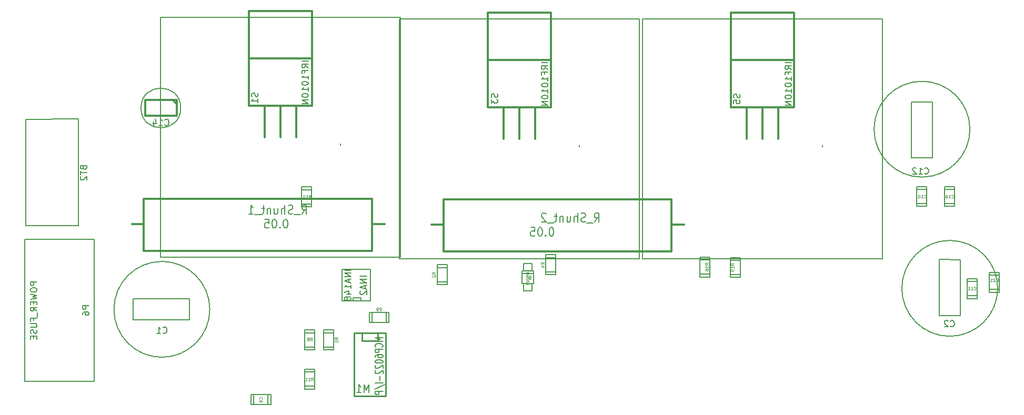
<source format=gbo>
G04 (created by PCBNEW (22-Jun-2014 BZR 4027)-stable) date lun 20 oct 2014 04:40:32 CST*
%MOIN*%
G04 Gerber Fmt 3.4, Leading zero omitted, Abs format*
%FSLAX34Y34*%
G01*
G70*
G90*
G04 APERTURE LIST*
%ADD10C,0.00590551*%
%ADD11C,0.012*%
%ADD12C,0.005*%
%ADD13C,0.01*%
%ADD14C,0.008*%
%ADD15C,0.002*%
%ADD16C,0.0035*%
%ADD17C,0.0047*%
G04 APERTURE END LIST*
G54D10*
X55054Y-61315D02*
X55056Y-54551D01*
X55056Y-54551D02*
X51725Y-54560D01*
X51725Y-54560D02*
X51726Y-61315D01*
X51737Y-61315D02*
X55052Y-61315D01*
X56070Y-71180D02*
X51670Y-71180D01*
X51670Y-71180D02*
X51670Y-62180D01*
X51670Y-62180D02*
X56070Y-62180D01*
X56070Y-62180D02*
X56070Y-71180D01*
G54D11*
X58450Y-61200D02*
X58450Y-61200D01*
X58450Y-61200D02*
X58450Y-61200D01*
X73700Y-61200D02*
X74450Y-61200D01*
X74450Y-61200D02*
X74450Y-61200D01*
X73650Y-59600D02*
X59200Y-59600D01*
X59200Y-62900D02*
X73650Y-62900D01*
X73650Y-62900D02*
X73650Y-59600D01*
X59200Y-62900D02*
X59200Y-59600D01*
X58450Y-61200D02*
X59200Y-61200D01*
X77430Y-61250D02*
X77430Y-61250D01*
X77430Y-61250D02*
X77430Y-61250D01*
X92680Y-61250D02*
X93430Y-61250D01*
X93430Y-61250D02*
X93430Y-61250D01*
X92630Y-59650D02*
X78180Y-59650D01*
X78180Y-62950D02*
X92630Y-62950D01*
X92630Y-62950D02*
X92630Y-59650D01*
X78180Y-62950D02*
X78180Y-59650D01*
X77430Y-61250D02*
X78180Y-61250D01*
G54D12*
X83810Y-63705D02*
X83250Y-63705D01*
X83880Y-64975D02*
X83880Y-64165D01*
X83160Y-64165D02*
X83160Y-64975D01*
X83810Y-65435D02*
X83250Y-65435D01*
X83250Y-65005D02*
X83250Y-65425D01*
X83810Y-65425D02*
X83810Y-64995D01*
X83810Y-64145D02*
X83810Y-63705D01*
X83250Y-63715D02*
X83250Y-64145D01*
X83880Y-64985D02*
X83160Y-64985D01*
X83880Y-64325D02*
X83160Y-64325D01*
X83160Y-64165D02*
X83880Y-64165D01*
G54D10*
X61543Y-53850D02*
G75*
G03X61543Y-53850I-1258J0D01*
G74*
G01*
G54D11*
X61265Y-53350D02*
X59285Y-53350D01*
X59285Y-53350D02*
X59285Y-54350D01*
X59285Y-54350D02*
X61285Y-54350D01*
X61285Y-54350D02*
X61285Y-53350D01*
X61285Y-53600D02*
X61035Y-53350D01*
G54D12*
X78419Y-64864D02*
X77779Y-64864D01*
X77779Y-63964D02*
X78419Y-63964D01*
X77779Y-63784D02*
X78419Y-63784D01*
X78419Y-63784D02*
X78419Y-65044D01*
X78419Y-65044D02*
X77779Y-65044D01*
X77779Y-65044D02*
X77779Y-63784D01*
X85306Y-64228D02*
X84666Y-64228D01*
X84666Y-63328D02*
X85306Y-63328D01*
X84666Y-63148D02*
X85306Y-63148D01*
X85306Y-63148D02*
X85306Y-64408D01*
X85306Y-64408D02*
X84666Y-64408D01*
X84666Y-64408D02*
X84666Y-63148D01*
X69180Y-59030D02*
X69820Y-59030D01*
X69820Y-59930D02*
X69180Y-59930D01*
X69820Y-60110D02*
X69180Y-60110D01*
X69180Y-60110D02*
X69180Y-58850D01*
X69180Y-58850D02*
X69820Y-58850D01*
X69820Y-58850D02*
X69820Y-60110D01*
X95060Y-64380D02*
X94420Y-64380D01*
X94420Y-63480D02*
X95060Y-63480D01*
X94420Y-63300D02*
X95060Y-63300D01*
X95060Y-63300D02*
X95060Y-64560D01*
X95060Y-64560D02*
X94420Y-64560D01*
X94420Y-64560D02*
X94420Y-63300D01*
X73660Y-67450D02*
X73660Y-66810D01*
X74560Y-66810D02*
X74560Y-67450D01*
X74740Y-66810D02*
X74740Y-67450D01*
X74740Y-67450D02*
X73480Y-67450D01*
X73480Y-67450D02*
X73480Y-66810D01*
X73480Y-66810D02*
X74740Y-66810D01*
X70040Y-71490D02*
X69400Y-71490D01*
X69400Y-70590D02*
X70040Y-70590D01*
X69400Y-70410D02*
X70040Y-70410D01*
X70040Y-70410D02*
X70040Y-71670D01*
X70040Y-71670D02*
X69400Y-71670D01*
X69400Y-71670D02*
X69400Y-70410D01*
X69400Y-68100D02*
X70040Y-68100D01*
X70040Y-69000D02*
X69400Y-69000D01*
X70040Y-69180D02*
X69400Y-69180D01*
X69400Y-69180D02*
X69400Y-67920D01*
X69400Y-67920D02*
X70040Y-67920D01*
X70040Y-67920D02*
X70040Y-69180D01*
X70600Y-68100D02*
X71240Y-68100D01*
X71240Y-69000D02*
X70600Y-69000D01*
X71240Y-69180D02*
X70600Y-69180D01*
X70600Y-69180D02*
X70600Y-67920D01*
X70600Y-67920D02*
X71240Y-67920D01*
X71240Y-67920D02*
X71240Y-69180D01*
X112760Y-64450D02*
X113400Y-64450D01*
X113400Y-65350D02*
X112760Y-65350D01*
X113400Y-65530D02*
X112760Y-65530D01*
X112760Y-65530D02*
X112760Y-64270D01*
X112760Y-64270D02*
X113400Y-64270D01*
X113400Y-64270D02*
X113400Y-65530D01*
X97010Y-64404D02*
X96370Y-64404D01*
X96370Y-63504D02*
X97010Y-63504D01*
X96370Y-63324D02*
X97010Y-63324D01*
X97010Y-63324D02*
X97010Y-64584D01*
X97010Y-64584D02*
X96370Y-64584D01*
X96370Y-64584D02*
X96370Y-63324D01*
X110555Y-59910D02*
X109915Y-59910D01*
X109915Y-59010D02*
X110555Y-59010D01*
X109915Y-58830D02*
X110555Y-58830D01*
X110555Y-58830D02*
X110555Y-60090D01*
X110555Y-60090D02*
X109915Y-60090D01*
X109915Y-60090D02*
X109915Y-58830D01*
X108170Y-59010D02*
X108810Y-59010D01*
X108810Y-59910D02*
X108170Y-59910D01*
X108810Y-60090D02*
X108170Y-60090D01*
X108170Y-60090D02*
X108170Y-58830D01*
X108170Y-58830D02*
X108810Y-58830D01*
X108810Y-58830D02*
X108810Y-60090D01*
X111355Y-64850D02*
X111995Y-64850D01*
X111995Y-65750D02*
X111355Y-65750D01*
X111995Y-65930D02*
X111355Y-65930D01*
X111355Y-65930D02*
X111355Y-64670D01*
X111355Y-64670D02*
X111995Y-64670D01*
X111995Y-64670D02*
X111995Y-65930D01*
X67066Y-72016D02*
X67066Y-72656D01*
X66166Y-72656D02*
X66166Y-72016D01*
X65986Y-72656D02*
X65986Y-72016D01*
X65986Y-72016D02*
X67246Y-72016D01*
X67246Y-72016D02*
X67246Y-72656D01*
X67246Y-72656D02*
X65986Y-72656D01*
G54D13*
X73024Y-68105D02*
X73024Y-68605D01*
X73024Y-68605D02*
X74024Y-68605D01*
X74024Y-68605D02*
X74024Y-68105D01*
X72524Y-68105D02*
X72524Y-72105D01*
X72524Y-72105D02*
X74524Y-72105D01*
X74524Y-72105D02*
X74524Y-68105D01*
X74524Y-68105D02*
X72524Y-68105D01*
G54D10*
X62087Y-65933D02*
X62087Y-67270D01*
X62087Y-67270D02*
X58524Y-67277D01*
X58524Y-67277D02*
X58531Y-65947D01*
X58531Y-65947D02*
X62080Y-65940D01*
X63386Y-66610D02*
G75*
G03X63386Y-66610I-3036J0D01*
G74*
G01*
X107823Y-53458D02*
X109160Y-53458D01*
X109160Y-53458D02*
X109167Y-57021D01*
X109167Y-57021D02*
X107837Y-57014D01*
X107837Y-57014D02*
X107830Y-53465D01*
X111536Y-55195D02*
G75*
G03X111536Y-55195I-3036J0D01*
G74*
G01*
X110937Y-67017D02*
X109600Y-67017D01*
X109600Y-67017D02*
X109593Y-63454D01*
X109593Y-63454D02*
X110923Y-63461D01*
X110923Y-63461D02*
X110930Y-67010D01*
X113296Y-65280D02*
G75*
G03X113296Y-65280I-3036J0D01*
G74*
G01*
X90600Y-63400D02*
X75400Y-63400D01*
X75400Y-63400D02*
X75400Y-48200D01*
X75400Y-48200D02*
X90600Y-48200D01*
X90600Y-63400D02*
X90600Y-48200D01*
X86800Y-56200D02*
X86800Y-56300D01*
G54D11*
X84000Y-55800D02*
X84000Y-53800D01*
X83000Y-55800D02*
X83000Y-53800D01*
X82000Y-55800D02*
X82000Y-53800D01*
X81000Y-53800D02*
X81000Y-47800D01*
X81000Y-47800D02*
X85000Y-47800D01*
X85000Y-47800D02*
X85000Y-53800D01*
X85000Y-53800D02*
X81000Y-53800D01*
X81500Y-50800D02*
X85000Y-50800D01*
X81500Y-50800D02*
X81000Y-50800D01*
G54D10*
X106000Y-63400D02*
X90800Y-63400D01*
X90800Y-63400D02*
X90800Y-48200D01*
X90800Y-48200D02*
X106000Y-48200D01*
X106000Y-63400D02*
X106000Y-48200D01*
X102200Y-56200D02*
X102200Y-56300D01*
G54D11*
X99400Y-55800D02*
X99400Y-53800D01*
X98400Y-55800D02*
X98400Y-53800D01*
X97400Y-55800D02*
X97400Y-53800D01*
X96400Y-53800D02*
X96400Y-47800D01*
X96400Y-47800D02*
X100400Y-47800D01*
X100400Y-47800D02*
X100400Y-53800D01*
X100400Y-53800D02*
X96400Y-53800D01*
X96900Y-50800D02*
X100400Y-50800D01*
X96900Y-50800D02*
X96400Y-50800D01*
G54D10*
X75450Y-63300D02*
X60250Y-63300D01*
X60250Y-63300D02*
X60250Y-48100D01*
X60250Y-48100D02*
X75450Y-48100D01*
X75450Y-63300D02*
X75450Y-48100D01*
X71650Y-56100D02*
X71650Y-56200D01*
G54D11*
X68850Y-55700D02*
X68850Y-53700D01*
X67850Y-55700D02*
X67850Y-53700D01*
X66850Y-55700D02*
X66850Y-53700D01*
X65850Y-53700D02*
X65850Y-47700D01*
X65850Y-47700D02*
X69850Y-47700D01*
X69850Y-47700D02*
X69850Y-53700D01*
X69850Y-53700D02*
X65850Y-53700D01*
X66350Y-50700D02*
X69850Y-50700D01*
X66350Y-50700D02*
X65850Y-50700D01*
G54D12*
X73560Y-66080D02*
X73560Y-64080D01*
X73560Y-64080D02*
X71760Y-64080D01*
X71760Y-64080D02*
X71760Y-66080D01*
X71760Y-66080D02*
X73560Y-66080D01*
X72960Y-66080D02*
X72960Y-65880D01*
X72960Y-65880D02*
X72460Y-65880D01*
X72460Y-65880D02*
X72460Y-66080D01*
G54D14*
X55374Y-57630D02*
X55393Y-57687D01*
X55412Y-57706D01*
X55450Y-57725D01*
X55507Y-57725D01*
X55545Y-57706D01*
X55564Y-57687D01*
X55583Y-57649D01*
X55583Y-57497D01*
X55183Y-57497D01*
X55183Y-57630D01*
X55202Y-57668D01*
X55222Y-57687D01*
X55260Y-57706D01*
X55298Y-57706D01*
X55336Y-57687D01*
X55355Y-57668D01*
X55374Y-57630D01*
X55374Y-57497D01*
X55183Y-57840D02*
X55183Y-58068D01*
X55583Y-57954D02*
X55183Y-57954D01*
X55222Y-58183D02*
X55202Y-58202D01*
X55183Y-58240D01*
X55183Y-58335D01*
X55202Y-58373D01*
X55222Y-58392D01*
X55260Y-58411D01*
X55298Y-58411D01*
X55355Y-58392D01*
X55583Y-58164D01*
X55583Y-58411D01*
G54D10*
X55729Y-66389D02*
X55335Y-66389D01*
X55335Y-66539D01*
X55354Y-66576D01*
X55373Y-66595D01*
X55410Y-66614D01*
X55466Y-66614D01*
X55504Y-66595D01*
X55523Y-66576D01*
X55541Y-66539D01*
X55541Y-66389D01*
X55335Y-66951D02*
X55335Y-66876D01*
X55354Y-66839D01*
X55373Y-66820D01*
X55429Y-66783D01*
X55504Y-66764D01*
X55654Y-66764D01*
X55691Y-66783D01*
X55710Y-66801D01*
X55729Y-66839D01*
X55729Y-66914D01*
X55710Y-66951D01*
X55691Y-66970D01*
X55654Y-66989D01*
X55560Y-66989D01*
X55523Y-66970D01*
X55504Y-66951D01*
X55485Y-66914D01*
X55485Y-66839D01*
X55504Y-66801D01*
X55523Y-66783D01*
X55560Y-66764D01*
X52429Y-64880D02*
X52035Y-64880D01*
X52035Y-65030D01*
X52054Y-65067D01*
X52073Y-65086D01*
X52110Y-65105D01*
X52166Y-65105D01*
X52204Y-65086D01*
X52223Y-65067D01*
X52241Y-65030D01*
X52241Y-64880D01*
X52035Y-65348D02*
X52035Y-65423D01*
X52054Y-65461D01*
X52091Y-65498D01*
X52166Y-65517D01*
X52298Y-65517D01*
X52373Y-65498D01*
X52410Y-65461D01*
X52429Y-65423D01*
X52429Y-65348D01*
X52410Y-65311D01*
X52373Y-65273D01*
X52298Y-65255D01*
X52166Y-65255D01*
X52091Y-65273D01*
X52054Y-65311D01*
X52035Y-65348D01*
X52035Y-65648D02*
X52429Y-65742D01*
X52148Y-65817D01*
X52429Y-65892D01*
X52035Y-65986D01*
X52223Y-66136D02*
X52223Y-66267D01*
X52429Y-66323D02*
X52429Y-66136D01*
X52035Y-66136D01*
X52035Y-66323D01*
X52429Y-66717D02*
X52241Y-66586D01*
X52429Y-66492D02*
X52035Y-66492D01*
X52035Y-66642D01*
X52054Y-66680D01*
X52073Y-66698D01*
X52110Y-66717D01*
X52166Y-66717D01*
X52204Y-66698D01*
X52223Y-66680D01*
X52241Y-66642D01*
X52241Y-66492D01*
X52466Y-66792D02*
X52466Y-67092D01*
X52223Y-67317D02*
X52223Y-67186D01*
X52429Y-67186D02*
X52035Y-67186D01*
X52035Y-67373D01*
X52035Y-67523D02*
X52354Y-67523D01*
X52391Y-67542D01*
X52410Y-67561D01*
X52429Y-67598D01*
X52429Y-67673D01*
X52410Y-67711D01*
X52391Y-67729D01*
X52354Y-67748D01*
X52035Y-67748D01*
X52410Y-67917D02*
X52429Y-67973D01*
X52429Y-68067D01*
X52410Y-68104D01*
X52391Y-68123D01*
X52354Y-68142D01*
X52316Y-68142D01*
X52279Y-68123D01*
X52260Y-68104D01*
X52241Y-68067D01*
X52223Y-67992D01*
X52204Y-67954D01*
X52185Y-67936D01*
X52148Y-67917D01*
X52110Y-67917D01*
X52073Y-67936D01*
X52054Y-67954D01*
X52035Y-67992D01*
X52035Y-68086D01*
X52054Y-68142D01*
X52223Y-68311D02*
X52223Y-68442D01*
X52429Y-68498D02*
X52429Y-68311D01*
X52035Y-68311D01*
X52035Y-68498D01*
G54D14*
X69213Y-60567D02*
X69380Y-60305D01*
X69499Y-60567D02*
X69499Y-60017D01*
X69309Y-60017D01*
X69261Y-60043D01*
X69237Y-60070D01*
X69213Y-60122D01*
X69213Y-60200D01*
X69237Y-60253D01*
X69261Y-60279D01*
X69309Y-60305D01*
X69499Y-60305D01*
X69118Y-60620D02*
X68737Y-60620D01*
X68642Y-60541D02*
X68570Y-60567D01*
X68451Y-60567D01*
X68404Y-60541D01*
X68380Y-60515D01*
X68356Y-60462D01*
X68356Y-60410D01*
X68380Y-60358D01*
X68404Y-60331D01*
X68451Y-60305D01*
X68547Y-60279D01*
X68594Y-60253D01*
X68618Y-60227D01*
X68642Y-60174D01*
X68642Y-60122D01*
X68618Y-60070D01*
X68594Y-60043D01*
X68547Y-60017D01*
X68428Y-60017D01*
X68356Y-60043D01*
X68142Y-60567D02*
X68142Y-60017D01*
X67928Y-60567D02*
X67928Y-60279D01*
X67951Y-60227D01*
X67999Y-60200D01*
X68070Y-60200D01*
X68118Y-60227D01*
X68142Y-60253D01*
X67475Y-60200D02*
X67475Y-60567D01*
X67690Y-60200D02*
X67690Y-60489D01*
X67666Y-60541D01*
X67618Y-60567D01*
X67547Y-60567D01*
X67499Y-60541D01*
X67475Y-60515D01*
X67237Y-60200D02*
X67237Y-60567D01*
X67237Y-60253D02*
X67213Y-60227D01*
X67166Y-60200D01*
X67094Y-60200D01*
X67047Y-60227D01*
X67023Y-60279D01*
X67023Y-60567D01*
X66856Y-60200D02*
X66666Y-60200D01*
X66785Y-60017D02*
X66785Y-60489D01*
X66761Y-60541D01*
X66713Y-60567D01*
X66666Y-60567D01*
X66618Y-60620D02*
X66237Y-60620D01*
X65856Y-60567D02*
X66142Y-60567D01*
X65999Y-60567D02*
X65999Y-60017D01*
X66047Y-60096D01*
X66094Y-60148D01*
X66142Y-60174D01*
X68211Y-60902D02*
X68163Y-60902D01*
X68115Y-60928D01*
X68092Y-60955D01*
X68068Y-61007D01*
X68044Y-61112D01*
X68044Y-61243D01*
X68068Y-61347D01*
X68092Y-61400D01*
X68115Y-61426D01*
X68163Y-61452D01*
X68211Y-61452D01*
X68258Y-61426D01*
X68282Y-61400D01*
X68306Y-61347D01*
X68330Y-61243D01*
X68330Y-61112D01*
X68306Y-61007D01*
X68282Y-60955D01*
X68258Y-60928D01*
X68211Y-60902D01*
X67830Y-61400D02*
X67806Y-61426D01*
X67830Y-61452D01*
X67853Y-61426D01*
X67830Y-61400D01*
X67830Y-61452D01*
X67496Y-60902D02*
X67449Y-60902D01*
X67401Y-60928D01*
X67377Y-60955D01*
X67353Y-61007D01*
X67330Y-61112D01*
X67330Y-61243D01*
X67353Y-61347D01*
X67377Y-61400D01*
X67401Y-61426D01*
X67449Y-61452D01*
X67496Y-61452D01*
X67544Y-61426D01*
X67568Y-61400D01*
X67592Y-61347D01*
X67615Y-61243D01*
X67615Y-61112D01*
X67592Y-61007D01*
X67568Y-60955D01*
X67544Y-60928D01*
X67496Y-60902D01*
X66877Y-60902D02*
X67115Y-60902D01*
X67139Y-61164D01*
X67115Y-61138D01*
X67068Y-61112D01*
X66949Y-61112D01*
X66901Y-61138D01*
X66877Y-61164D01*
X66853Y-61216D01*
X66853Y-61347D01*
X66877Y-61400D01*
X66901Y-61426D01*
X66949Y-61452D01*
X67068Y-61452D01*
X67115Y-61426D01*
X67139Y-61400D01*
X87753Y-61072D02*
X87920Y-60810D01*
X88039Y-61072D02*
X88039Y-60522D01*
X87849Y-60522D01*
X87801Y-60548D01*
X87777Y-60575D01*
X87753Y-60627D01*
X87753Y-60705D01*
X87777Y-60758D01*
X87801Y-60784D01*
X87849Y-60810D01*
X88039Y-60810D01*
X87658Y-61125D02*
X87277Y-61125D01*
X87182Y-61046D02*
X87110Y-61072D01*
X86991Y-61072D01*
X86944Y-61046D01*
X86920Y-61020D01*
X86896Y-60967D01*
X86896Y-60915D01*
X86920Y-60863D01*
X86944Y-60836D01*
X86991Y-60810D01*
X87087Y-60784D01*
X87134Y-60758D01*
X87158Y-60732D01*
X87182Y-60679D01*
X87182Y-60627D01*
X87158Y-60575D01*
X87134Y-60548D01*
X87087Y-60522D01*
X86968Y-60522D01*
X86896Y-60548D01*
X86682Y-61072D02*
X86682Y-60522D01*
X86468Y-61072D02*
X86468Y-60784D01*
X86491Y-60732D01*
X86539Y-60705D01*
X86610Y-60705D01*
X86658Y-60732D01*
X86682Y-60758D01*
X86015Y-60705D02*
X86015Y-61072D01*
X86230Y-60705D02*
X86230Y-60994D01*
X86206Y-61046D01*
X86158Y-61072D01*
X86087Y-61072D01*
X86039Y-61046D01*
X86015Y-61020D01*
X85777Y-60705D02*
X85777Y-61072D01*
X85777Y-60758D02*
X85753Y-60732D01*
X85706Y-60705D01*
X85634Y-60705D01*
X85587Y-60732D01*
X85563Y-60784D01*
X85563Y-61072D01*
X85396Y-60705D02*
X85206Y-60705D01*
X85325Y-60522D02*
X85325Y-60994D01*
X85301Y-61046D01*
X85253Y-61072D01*
X85206Y-61072D01*
X85158Y-61125D02*
X84777Y-61125D01*
X84682Y-60575D02*
X84658Y-60548D01*
X84610Y-60522D01*
X84491Y-60522D01*
X84444Y-60548D01*
X84420Y-60575D01*
X84396Y-60627D01*
X84396Y-60679D01*
X84420Y-60758D01*
X84706Y-61072D01*
X84396Y-61072D01*
X85049Y-61422D02*
X85001Y-61422D01*
X84953Y-61448D01*
X84930Y-61475D01*
X84906Y-61527D01*
X84882Y-61632D01*
X84882Y-61763D01*
X84906Y-61867D01*
X84930Y-61920D01*
X84953Y-61946D01*
X85001Y-61972D01*
X85049Y-61972D01*
X85096Y-61946D01*
X85120Y-61920D01*
X85144Y-61867D01*
X85168Y-61763D01*
X85168Y-61632D01*
X85144Y-61527D01*
X85120Y-61475D01*
X85096Y-61448D01*
X85049Y-61422D01*
X84668Y-61920D02*
X84644Y-61946D01*
X84668Y-61972D01*
X84691Y-61946D01*
X84668Y-61920D01*
X84668Y-61972D01*
X84334Y-61422D02*
X84287Y-61422D01*
X84239Y-61448D01*
X84215Y-61475D01*
X84191Y-61527D01*
X84168Y-61632D01*
X84168Y-61763D01*
X84191Y-61867D01*
X84215Y-61920D01*
X84239Y-61946D01*
X84287Y-61972D01*
X84334Y-61972D01*
X84382Y-61946D01*
X84406Y-61920D01*
X84430Y-61867D01*
X84453Y-61763D01*
X84453Y-61632D01*
X84430Y-61527D01*
X84406Y-61475D01*
X84382Y-61448D01*
X84334Y-61422D01*
X83715Y-61422D02*
X83953Y-61422D01*
X83977Y-61684D01*
X83953Y-61658D01*
X83906Y-61632D01*
X83787Y-61632D01*
X83739Y-61658D01*
X83715Y-61684D01*
X83691Y-61736D01*
X83691Y-61867D01*
X83715Y-61920D01*
X83739Y-61946D01*
X83787Y-61972D01*
X83906Y-61972D01*
X83953Y-61946D01*
X83977Y-61920D01*
G54D15*
X83720Y-64523D02*
X83720Y-64466D01*
X83720Y-64495D02*
X83620Y-64495D01*
X83634Y-64485D01*
X83644Y-64475D01*
X83649Y-64466D01*
X83720Y-64566D02*
X83620Y-64566D01*
X83720Y-64623D01*
X83620Y-64623D01*
X83720Y-64723D02*
X83720Y-64666D01*
X83720Y-64695D02*
X83620Y-64695D01*
X83634Y-64685D01*
X83644Y-64675D01*
X83649Y-64666D01*
G54D16*
X83588Y-64210D02*
X83588Y-64113D01*
X83588Y-64162D02*
X83418Y-64162D01*
X83443Y-64145D01*
X83459Y-64129D01*
X83467Y-64113D01*
X83588Y-64283D02*
X83418Y-64283D01*
X83588Y-64380D01*
X83418Y-64380D01*
X83475Y-64534D02*
X83588Y-64534D01*
X83410Y-64494D02*
X83532Y-64453D01*
X83532Y-64558D01*
X83418Y-64655D02*
X83418Y-64672D01*
X83426Y-64688D01*
X83435Y-64696D01*
X83451Y-64704D01*
X83483Y-64712D01*
X83524Y-64712D01*
X83556Y-64704D01*
X83572Y-64696D01*
X83580Y-64688D01*
X83588Y-64672D01*
X83588Y-64655D01*
X83580Y-64639D01*
X83572Y-64631D01*
X83556Y-64623D01*
X83524Y-64615D01*
X83483Y-64615D01*
X83451Y-64623D01*
X83435Y-64631D01*
X83426Y-64639D01*
X83418Y-64655D01*
X83418Y-64817D02*
X83418Y-64834D01*
X83426Y-64850D01*
X83435Y-64858D01*
X83451Y-64866D01*
X83483Y-64874D01*
X83524Y-64874D01*
X83556Y-64866D01*
X83572Y-64858D01*
X83580Y-64850D01*
X83588Y-64834D01*
X83588Y-64817D01*
X83580Y-64801D01*
X83572Y-64793D01*
X83556Y-64785D01*
X83524Y-64777D01*
X83483Y-64777D01*
X83451Y-64785D01*
X83435Y-64793D01*
X83426Y-64801D01*
X83418Y-64817D01*
X83418Y-64931D02*
X83418Y-65036D01*
X83483Y-64979D01*
X83483Y-65004D01*
X83491Y-65020D01*
X83499Y-65028D01*
X83515Y-65036D01*
X83556Y-65036D01*
X83572Y-65028D01*
X83580Y-65020D01*
X83588Y-65004D01*
X83588Y-64955D01*
X83580Y-64939D01*
X83572Y-64931D01*
G54D14*
X60542Y-54923D02*
X60561Y-54942D01*
X60618Y-54961D01*
X60656Y-54961D01*
X60713Y-54942D01*
X60751Y-54904D01*
X60770Y-54866D01*
X60789Y-54790D01*
X60789Y-54733D01*
X60770Y-54657D01*
X60751Y-54619D01*
X60713Y-54580D01*
X60656Y-54561D01*
X60618Y-54561D01*
X60561Y-54580D01*
X60542Y-54600D01*
X60161Y-54961D02*
X60389Y-54961D01*
X60275Y-54961D02*
X60275Y-54561D01*
X60313Y-54619D01*
X60351Y-54657D01*
X60389Y-54676D01*
X59818Y-54695D02*
X59818Y-54961D01*
X59913Y-54542D02*
X60008Y-54828D01*
X59761Y-54828D01*
G54D17*
X77668Y-64391D02*
X77574Y-64325D01*
X77668Y-64278D02*
X77471Y-64278D01*
X77471Y-64353D01*
X77481Y-64372D01*
X77490Y-64381D01*
X77509Y-64391D01*
X77537Y-64391D01*
X77556Y-64381D01*
X77565Y-64372D01*
X77574Y-64353D01*
X77574Y-64278D01*
X77490Y-64466D02*
X77481Y-64475D01*
X77471Y-64494D01*
X77471Y-64541D01*
X77481Y-64560D01*
X77490Y-64569D01*
X77509Y-64578D01*
X77528Y-64578D01*
X77556Y-64569D01*
X77668Y-64456D01*
X77668Y-64578D01*
X84555Y-63755D02*
X84461Y-63689D01*
X84555Y-63642D02*
X84358Y-63642D01*
X84358Y-63717D01*
X84368Y-63736D01*
X84377Y-63745D01*
X84396Y-63755D01*
X84424Y-63755D01*
X84443Y-63745D01*
X84452Y-63736D01*
X84461Y-63717D01*
X84461Y-63642D01*
X84424Y-63924D02*
X84555Y-63924D01*
X84349Y-63877D02*
X84490Y-63830D01*
X84490Y-63952D01*
X69662Y-59574D02*
X69728Y-59480D01*
X69775Y-59574D02*
X69775Y-59377D01*
X69700Y-59377D01*
X69681Y-59387D01*
X69672Y-59396D01*
X69662Y-59415D01*
X69662Y-59443D01*
X69672Y-59462D01*
X69681Y-59471D01*
X69700Y-59480D01*
X69775Y-59480D01*
X69475Y-59574D02*
X69587Y-59574D01*
X69531Y-59574D02*
X69531Y-59377D01*
X69550Y-59405D01*
X69568Y-59424D01*
X69587Y-59434D01*
X69353Y-59377D02*
X69334Y-59377D01*
X69315Y-59387D01*
X69306Y-59396D01*
X69296Y-59415D01*
X69287Y-59452D01*
X69287Y-59499D01*
X69296Y-59537D01*
X69306Y-59555D01*
X69315Y-59565D01*
X69334Y-59574D01*
X69353Y-59574D01*
X69371Y-59565D01*
X69381Y-59555D01*
X69390Y-59537D01*
X69399Y-59499D01*
X69399Y-59452D01*
X69390Y-59415D01*
X69381Y-59396D01*
X69371Y-59387D01*
X69353Y-59377D01*
X94962Y-63794D02*
X94868Y-63728D01*
X94962Y-63681D02*
X94765Y-63681D01*
X94765Y-63756D01*
X94775Y-63775D01*
X94784Y-63784D01*
X94803Y-63794D01*
X94831Y-63794D01*
X94850Y-63784D01*
X94859Y-63775D01*
X94868Y-63756D01*
X94868Y-63681D01*
X94962Y-63981D02*
X94962Y-63869D01*
X94962Y-63925D02*
X94765Y-63925D01*
X94793Y-63906D01*
X94812Y-63888D01*
X94822Y-63869D01*
X94765Y-64150D02*
X94765Y-64113D01*
X94775Y-64094D01*
X94784Y-64085D01*
X94812Y-64066D01*
X94850Y-64057D01*
X94925Y-64057D01*
X94943Y-64066D01*
X94953Y-64075D01*
X94962Y-64094D01*
X94962Y-64132D01*
X94953Y-64150D01*
X94943Y-64160D01*
X94925Y-64169D01*
X94878Y-64169D01*
X94859Y-64160D01*
X94850Y-64150D01*
X94840Y-64132D01*
X94840Y-64094D01*
X94850Y-64075D01*
X94859Y-64066D01*
X94878Y-64057D01*
X74132Y-66699D02*
X74198Y-66605D01*
X74245Y-66699D02*
X74245Y-66502D01*
X74170Y-66502D01*
X74151Y-66512D01*
X74142Y-66521D01*
X74132Y-66540D01*
X74132Y-66568D01*
X74142Y-66587D01*
X74151Y-66596D01*
X74170Y-66605D01*
X74245Y-66605D01*
X74039Y-66699D02*
X74001Y-66699D01*
X73982Y-66690D01*
X73973Y-66680D01*
X73954Y-66652D01*
X73945Y-66615D01*
X73945Y-66540D01*
X73954Y-66521D01*
X73963Y-66512D01*
X73982Y-66502D01*
X74020Y-66502D01*
X74039Y-66512D01*
X74048Y-66521D01*
X74057Y-66540D01*
X74057Y-66587D01*
X74048Y-66605D01*
X74039Y-66615D01*
X74020Y-66624D01*
X73982Y-66624D01*
X73963Y-66615D01*
X73954Y-66605D01*
X73945Y-66587D01*
X69808Y-71132D02*
X69874Y-71038D01*
X69921Y-71132D02*
X69921Y-70935D01*
X69846Y-70935D01*
X69827Y-70945D01*
X69818Y-70954D01*
X69808Y-70973D01*
X69808Y-71001D01*
X69818Y-71020D01*
X69827Y-71029D01*
X69846Y-71038D01*
X69921Y-71038D01*
X69621Y-71132D02*
X69733Y-71132D01*
X69677Y-71132D02*
X69677Y-70935D01*
X69696Y-70963D01*
X69714Y-70982D01*
X69733Y-70992D01*
X69433Y-71132D02*
X69545Y-71132D01*
X69489Y-71132D02*
X69489Y-70935D01*
X69508Y-70963D01*
X69527Y-70982D01*
X69545Y-70992D01*
X69759Y-68608D02*
X69825Y-68514D01*
X69872Y-68608D02*
X69872Y-68411D01*
X69797Y-68411D01*
X69778Y-68421D01*
X69769Y-68430D01*
X69759Y-68449D01*
X69759Y-68477D01*
X69769Y-68496D01*
X69778Y-68505D01*
X69797Y-68514D01*
X69872Y-68514D01*
X69647Y-68496D02*
X69666Y-68486D01*
X69675Y-68477D01*
X69684Y-68458D01*
X69684Y-68449D01*
X69675Y-68430D01*
X69666Y-68421D01*
X69647Y-68411D01*
X69609Y-68411D01*
X69590Y-68421D01*
X69581Y-68430D01*
X69572Y-68449D01*
X69572Y-68458D01*
X69581Y-68477D01*
X69590Y-68486D01*
X69609Y-68496D01*
X69647Y-68496D01*
X69666Y-68505D01*
X69675Y-68514D01*
X69684Y-68533D01*
X69684Y-68571D01*
X69675Y-68589D01*
X69666Y-68599D01*
X69647Y-68608D01*
X69609Y-68608D01*
X69590Y-68599D01*
X69581Y-68589D01*
X69572Y-68571D01*
X69572Y-68533D01*
X69581Y-68514D01*
X69590Y-68505D01*
X69609Y-68496D01*
X71509Y-68507D02*
X71415Y-68441D01*
X71509Y-68394D02*
X71312Y-68394D01*
X71312Y-68469D01*
X71322Y-68488D01*
X71331Y-68497D01*
X71350Y-68507D01*
X71378Y-68507D01*
X71397Y-68497D01*
X71406Y-68488D01*
X71415Y-68469D01*
X71415Y-68394D01*
X71312Y-68685D02*
X71312Y-68591D01*
X71406Y-68582D01*
X71397Y-68591D01*
X71387Y-68610D01*
X71387Y-68657D01*
X71397Y-68676D01*
X71406Y-68685D01*
X71425Y-68694D01*
X71472Y-68694D01*
X71490Y-68685D01*
X71500Y-68676D01*
X71509Y-68657D01*
X71509Y-68610D01*
X71500Y-68591D01*
X71490Y-68582D01*
X113216Y-64855D02*
X113282Y-64761D01*
X113329Y-64855D02*
X113329Y-64658D01*
X113254Y-64658D01*
X113235Y-64668D01*
X113226Y-64677D01*
X113216Y-64696D01*
X113216Y-64724D01*
X113226Y-64743D01*
X113235Y-64752D01*
X113254Y-64761D01*
X113329Y-64761D01*
X113141Y-64677D02*
X113132Y-64668D01*
X113113Y-64658D01*
X113066Y-64658D01*
X113047Y-64668D01*
X113038Y-64677D01*
X113029Y-64696D01*
X113029Y-64715D01*
X113038Y-64743D01*
X113150Y-64855D01*
X113029Y-64855D01*
X112841Y-64855D02*
X112953Y-64855D01*
X112897Y-64855D02*
X112897Y-64658D01*
X112916Y-64686D01*
X112935Y-64705D01*
X112953Y-64715D01*
X96586Y-63824D02*
X96492Y-63758D01*
X96586Y-63711D02*
X96389Y-63711D01*
X96389Y-63786D01*
X96399Y-63805D01*
X96408Y-63814D01*
X96427Y-63824D01*
X96455Y-63824D01*
X96474Y-63814D01*
X96483Y-63805D01*
X96492Y-63786D01*
X96492Y-63711D01*
X96586Y-64011D02*
X96586Y-63899D01*
X96586Y-63955D02*
X96389Y-63955D01*
X96417Y-63936D01*
X96436Y-63918D01*
X96446Y-63899D01*
X96586Y-64105D02*
X96586Y-64143D01*
X96577Y-64162D01*
X96567Y-64171D01*
X96539Y-64190D01*
X96502Y-64199D01*
X96427Y-64199D01*
X96408Y-64190D01*
X96399Y-64180D01*
X96389Y-64162D01*
X96389Y-64124D01*
X96399Y-64105D01*
X96408Y-64096D01*
X96427Y-64087D01*
X96474Y-64087D01*
X96492Y-64096D01*
X96502Y-64105D01*
X96511Y-64124D01*
X96511Y-64162D01*
X96502Y-64180D01*
X96492Y-64190D01*
X96474Y-64199D01*
X110367Y-59536D02*
X110377Y-59546D01*
X110405Y-59555D01*
X110423Y-59555D01*
X110452Y-59546D01*
X110470Y-59527D01*
X110480Y-59508D01*
X110489Y-59471D01*
X110489Y-59443D01*
X110480Y-59405D01*
X110470Y-59386D01*
X110452Y-59368D01*
X110423Y-59358D01*
X110405Y-59358D01*
X110377Y-59368D01*
X110367Y-59377D01*
X110180Y-59555D02*
X110292Y-59555D01*
X110236Y-59555D02*
X110236Y-59358D01*
X110255Y-59386D01*
X110273Y-59405D01*
X110292Y-59415D01*
X110011Y-59358D02*
X110048Y-59358D01*
X110067Y-59368D01*
X110076Y-59377D01*
X110095Y-59405D01*
X110104Y-59443D01*
X110104Y-59518D01*
X110095Y-59536D01*
X110086Y-59546D01*
X110067Y-59555D01*
X110029Y-59555D01*
X110011Y-59546D01*
X110001Y-59536D01*
X109992Y-59518D01*
X109992Y-59471D01*
X110001Y-59452D01*
X110011Y-59443D01*
X110029Y-59433D01*
X110067Y-59433D01*
X110086Y-59443D01*
X110095Y-59452D01*
X110104Y-59471D01*
X108625Y-59536D02*
X108635Y-59546D01*
X108663Y-59555D01*
X108681Y-59555D01*
X108710Y-59546D01*
X108728Y-59527D01*
X108738Y-59508D01*
X108747Y-59471D01*
X108747Y-59443D01*
X108738Y-59405D01*
X108728Y-59386D01*
X108710Y-59368D01*
X108681Y-59358D01*
X108663Y-59358D01*
X108635Y-59368D01*
X108625Y-59377D01*
X108438Y-59555D02*
X108550Y-59555D01*
X108494Y-59555D02*
X108494Y-59358D01*
X108513Y-59386D01*
X108531Y-59405D01*
X108550Y-59415D01*
X108316Y-59358D02*
X108297Y-59358D01*
X108278Y-59368D01*
X108269Y-59377D01*
X108259Y-59396D01*
X108250Y-59433D01*
X108250Y-59480D01*
X108259Y-59518D01*
X108269Y-59536D01*
X108278Y-59546D01*
X108297Y-59555D01*
X108316Y-59555D01*
X108334Y-59546D01*
X108344Y-59536D01*
X108353Y-59518D01*
X108362Y-59480D01*
X108362Y-59433D01*
X108353Y-59396D01*
X108344Y-59377D01*
X108334Y-59368D01*
X108316Y-59358D01*
X111788Y-65357D02*
X111798Y-65367D01*
X111826Y-65376D01*
X111844Y-65376D01*
X111873Y-65367D01*
X111891Y-65348D01*
X111901Y-65329D01*
X111910Y-65292D01*
X111910Y-65264D01*
X111901Y-65226D01*
X111891Y-65207D01*
X111873Y-65189D01*
X111844Y-65179D01*
X111826Y-65179D01*
X111798Y-65189D01*
X111788Y-65198D01*
X111601Y-65376D02*
X111713Y-65376D01*
X111657Y-65376D02*
X111657Y-65179D01*
X111676Y-65207D01*
X111694Y-65226D01*
X111713Y-65236D01*
X111413Y-65376D02*
X111525Y-65376D01*
X111469Y-65376D02*
X111469Y-65179D01*
X111488Y-65207D01*
X111507Y-65226D01*
X111525Y-65236D01*
X66692Y-72299D02*
X66702Y-72289D01*
X66711Y-72261D01*
X66711Y-72242D01*
X66702Y-72214D01*
X66683Y-72195D01*
X66664Y-72186D01*
X66627Y-72177D01*
X66599Y-72177D01*
X66561Y-72186D01*
X66542Y-72195D01*
X66524Y-72214D01*
X66514Y-72242D01*
X66514Y-72261D01*
X66524Y-72289D01*
X66533Y-72299D01*
X66711Y-72392D02*
X66711Y-72430D01*
X66702Y-72449D01*
X66692Y-72458D01*
X66664Y-72477D01*
X66627Y-72486D01*
X66552Y-72486D01*
X66533Y-72477D01*
X66524Y-72468D01*
X66514Y-72449D01*
X66514Y-72411D01*
X66524Y-72392D01*
X66533Y-72383D01*
X66552Y-72374D01*
X66599Y-72374D01*
X66617Y-72383D01*
X66627Y-72392D01*
X66636Y-72411D01*
X66636Y-72449D01*
X66627Y-72468D01*
X66617Y-72477D01*
X66599Y-72486D01*
G54D14*
X73458Y-71887D02*
X73458Y-71387D01*
X73308Y-71744D01*
X73158Y-71387D01*
X73158Y-71887D01*
X72708Y-71887D02*
X72965Y-71887D01*
X72836Y-71887D02*
X72836Y-71387D01*
X72879Y-71458D01*
X72922Y-71506D01*
X72965Y-71530D01*
X74346Y-68393D02*
X73846Y-68393D01*
X74203Y-68510D01*
X73846Y-68626D01*
X74346Y-68626D01*
X74298Y-68993D02*
X74322Y-68976D01*
X74346Y-68926D01*
X74346Y-68893D01*
X74322Y-68843D01*
X74274Y-68810D01*
X74227Y-68793D01*
X74132Y-68776D01*
X74060Y-68776D01*
X73965Y-68793D01*
X73917Y-68810D01*
X73870Y-68843D01*
X73846Y-68893D01*
X73846Y-68926D01*
X73870Y-68976D01*
X73894Y-68993D01*
X74346Y-69143D02*
X73846Y-69143D01*
X73846Y-69276D01*
X73870Y-69310D01*
X73894Y-69326D01*
X73941Y-69343D01*
X74013Y-69343D01*
X74060Y-69326D01*
X74084Y-69310D01*
X74108Y-69276D01*
X74108Y-69143D01*
X73846Y-69643D02*
X73846Y-69576D01*
X73870Y-69543D01*
X73894Y-69526D01*
X73965Y-69493D01*
X74060Y-69476D01*
X74251Y-69476D01*
X74298Y-69493D01*
X74322Y-69510D01*
X74346Y-69543D01*
X74346Y-69610D01*
X74322Y-69643D01*
X74298Y-69660D01*
X74251Y-69676D01*
X74132Y-69676D01*
X74084Y-69660D01*
X74060Y-69643D01*
X74036Y-69610D01*
X74036Y-69543D01*
X74060Y-69510D01*
X74084Y-69493D01*
X74132Y-69476D01*
X73846Y-69893D02*
X73846Y-69926D01*
X73870Y-69960D01*
X73894Y-69976D01*
X73941Y-69993D01*
X74036Y-70010D01*
X74155Y-70010D01*
X74251Y-69993D01*
X74298Y-69976D01*
X74322Y-69960D01*
X74346Y-69926D01*
X74346Y-69893D01*
X74322Y-69860D01*
X74298Y-69843D01*
X74251Y-69826D01*
X74155Y-69810D01*
X74036Y-69810D01*
X73941Y-69826D01*
X73894Y-69843D01*
X73870Y-69860D01*
X73846Y-69893D01*
X73894Y-70143D02*
X73870Y-70160D01*
X73846Y-70193D01*
X73846Y-70276D01*
X73870Y-70310D01*
X73894Y-70326D01*
X73941Y-70343D01*
X73989Y-70343D01*
X74060Y-70326D01*
X74346Y-70126D01*
X74346Y-70343D01*
X73894Y-70476D02*
X73870Y-70493D01*
X73846Y-70526D01*
X73846Y-70610D01*
X73870Y-70643D01*
X73894Y-70660D01*
X73941Y-70676D01*
X73989Y-70676D01*
X74060Y-70660D01*
X74346Y-70460D01*
X74346Y-70676D01*
X74155Y-70826D02*
X74155Y-71093D01*
X74346Y-71260D02*
X73846Y-71260D01*
X73822Y-71676D02*
X74465Y-71376D01*
X74346Y-71793D02*
X73846Y-71793D01*
X73846Y-71926D01*
X73870Y-71960D01*
X73894Y-71976D01*
X73941Y-71993D01*
X74013Y-71993D01*
X74060Y-71976D01*
X74084Y-71960D01*
X74108Y-71926D01*
X74108Y-71793D01*
X60424Y-68093D02*
X60443Y-68112D01*
X60500Y-68131D01*
X60538Y-68131D01*
X60596Y-68112D01*
X60634Y-68074D01*
X60653Y-68036D01*
X60672Y-67960D01*
X60672Y-67903D01*
X60653Y-67827D01*
X60634Y-67789D01*
X60596Y-67750D01*
X60538Y-67731D01*
X60500Y-67731D01*
X60443Y-67750D01*
X60424Y-67770D01*
X60043Y-68131D02*
X60272Y-68131D01*
X60157Y-68131D02*
X60157Y-67731D01*
X60196Y-67789D01*
X60234Y-67827D01*
X60272Y-67846D01*
X108669Y-58002D02*
X108688Y-58021D01*
X108745Y-58040D01*
X108783Y-58040D01*
X108840Y-58021D01*
X108878Y-57983D01*
X108897Y-57945D01*
X108916Y-57869D01*
X108916Y-57812D01*
X108897Y-57736D01*
X108878Y-57698D01*
X108840Y-57659D01*
X108783Y-57640D01*
X108745Y-57640D01*
X108688Y-57659D01*
X108669Y-57679D01*
X108288Y-58040D02*
X108516Y-58040D01*
X108402Y-58040D02*
X108402Y-57640D01*
X108440Y-57698D01*
X108478Y-57736D01*
X108516Y-57755D01*
X108135Y-57679D02*
X108116Y-57659D01*
X108078Y-57640D01*
X107983Y-57640D01*
X107945Y-57659D01*
X107926Y-57679D01*
X107907Y-57717D01*
X107907Y-57755D01*
X107926Y-57812D01*
X108154Y-58040D01*
X107907Y-58040D01*
X110301Y-67683D02*
X110320Y-67702D01*
X110377Y-67721D01*
X110415Y-67721D01*
X110473Y-67702D01*
X110511Y-67664D01*
X110530Y-67626D01*
X110549Y-67550D01*
X110549Y-67493D01*
X110530Y-67417D01*
X110511Y-67379D01*
X110473Y-67340D01*
X110415Y-67321D01*
X110377Y-67321D01*
X110320Y-67340D01*
X110301Y-67360D01*
X110149Y-67360D02*
X110130Y-67340D01*
X110092Y-67321D01*
X109996Y-67321D01*
X109958Y-67340D01*
X109939Y-67360D01*
X109920Y-67398D01*
X109920Y-67436D01*
X109939Y-67493D01*
X110168Y-67721D01*
X109920Y-67721D01*
X81597Y-52944D02*
X81616Y-53001D01*
X81616Y-53096D01*
X81597Y-53134D01*
X81578Y-53153D01*
X81540Y-53172D01*
X81502Y-53172D01*
X81464Y-53153D01*
X81445Y-53134D01*
X81426Y-53096D01*
X81407Y-53020D01*
X81388Y-52982D01*
X81369Y-52963D01*
X81331Y-52944D01*
X81293Y-52944D01*
X81255Y-52963D01*
X81235Y-52982D01*
X81216Y-53020D01*
X81216Y-53115D01*
X81235Y-53172D01*
X81216Y-53306D02*
X81216Y-53553D01*
X81369Y-53420D01*
X81369Y-53477D01*
X81388Y-53515D01*
X81407Y-53534D01*
X81445Y-53553D01*
X81540Y-53553D01*
X81578Y-53534D01*
X81597Y-53515D01*
X81616Y-53477D01*
X81616Y-53363D01*
X81597Y-53325D01*
X81578Y-53306D01*
X84808Y-50987D02*
X84408Y-50987D01*
X84808Y-51406D02*
X84618Y-51272D01*
X84808Y-51177D02*
X84408Y-51177D01*
X84408Y-51330D01*
X84427Y-51368D01*
X84447Y-51387D01*
X84485Y-51406D01*
X84542Y-51406D01*
X84580Y-51387D01*
X84599Y-51368D01*
X84618Y-51330D01*
X84618Y-51177D01*
X84599Y-51710D02*
X84599Y-51577D01*
X84808Y-51577D02*
X84408Y-51577D01*
X84408Y-51768D01*
X84808Y-52130D02*
X84808Y-51901D01*
X84808Y-52015D02*
X84408Y-52015D01*
X84466Y-51977D01*
X84504Y-51939D01*
X84523Y-51901D01*
X84408Y-52377D02*
X84408Y-52415D01*
X84427Y-52453D01*
X84447Y-52472D01*
X84485Y-52491D01*
X84561Y-52510D01*
X84656Y-52510D01*
X84732Y-52491D01*
X84770Y-52472D01*
X84789Y-52453D01*
X84808Y-52415D01*
X84808Y-52377D01*
X84789Y-52339D01*
X84770Y-52320D01*
X84732Y-52301D01*
X84656Y-52282D01*
X84561Y-52282D01*
X84485Y-52301D01*
X84447Y-52320D01*
X84427Y-52339D01*
X84408Y-52377D01*
X84808Y-52891D02*
X84808Y-52663D01*
X84808Y-52777D02*
X84408Y-52777D01*
X84466Y-52739D01*
X84504Y-52701D01*
X84523Y-52663D01*
X84408Y-53139D02*
X84408Y-53177D01*
X84427Y-53215D01*
X84447Y-53234D01*
X84485Y-53253D01*
X84561Y-53272D01*
X84656Y-53272D01*
X84732Y-53253D01*
X84770Y-53234D01*
X84789Y-53215D01*
X84808Y-53177D01*
X84808Y-53139D01*
X84789Y-53101D01*
X84770Y-53082D01*
X84732Y-53063D01*
X84656Y-53044D01*
X84561Y-53044D01*
X84485Y-53063D01*
X84447Y-53082D01*
X84427Y-53101D01*
X84408Y-53139D01*
X84808Y-53444D02*
X84408Y-53444D01*
X84808Y-53672D01*
X84408Y-53672D01*
X96955Y-52970D02*
X96974Y-53027D01*
X96974Y-53122D01*
X96955Y-53160D01*
X96936Y-53179D01*
X96898Y-53198D01*
X96860Y-53198D01*
X96822Y-53179D01*
X96803Y-53160D01*
X96784Y-53122D01*
X96765Y-53046D01*
X96746Y-53008D01*
X96727Y-52989D01*
X96689Y-52970D01*
X96651Y-52970D01*
X96613Y-52989D01*
X96593Y-53008D01*
X96574Y-53046D01*
X96574Y-53141D01*
X96593Y-53198D01*
X96574Y-53560D02*
X96574Y-53370D01*
X96765Y-53351D01*
X96746Y-53370D01*
X96727Y-53408D01*
X96727Y-53503D01*
X96746Y-53541D01*
X96765Y-53560D01*
X96803Y-53579D01*
X96898Y-53579D01*
X96936Y-53560D01*
X96955Y-53541D01*
X96974Y-53503D01*
X96974Y-53408D01*
X96955Y-53370D01*
X96936Y-53351D01*
X100222Y-50973D02*
X99822Y-50973D01*
X100222Y-51392D02*
X100032Y-51258D01*
X100222Y-51163D02*
X99822Y-51163D01*
X99822Y-51316D01*
X99841Y-51354D01*
X99861Y-51373D01*
X99899Y-51392D01*
X99956Y-51392D01*
X99994Y-51373D01*
X100013Y-51354D01*
X100032Y-51316D01*
X100032Y-51163D01*
X100013Y-51696D02*
X100013Y-51563D01*
X100222Y-51563D02*
X99822Y-51563D01*
X99822Y-51754D01*
X100222Y-52116D02*
X100222Y-51887D01*
X100222Y-52001D02*
X99822Y-52001D01*
X99880Y-51963D01*
X99918Y-51925D01*
X99937Y-51887D01*
X99822Y-52363D02*
X99822Y-52401D01*
X99841Y-52439D01*
X99861Y-52458D01*
X99899Y-52477D01*
X99975Y-52496D01*
X100070Y-52496D01*
X100146Y-52477D01*
X100184Y-52458D01*
X100203Y-52439D01*
X100222Y-52401D01*
X100222Y-52363D01*
X100203Y-52325D01*
X100184Y-52306D01*
X100146Y-52287D01*
X100070Y-52268D01*
X99975Y-52268D01*
X99899Y-52287D01*
X99861Y-52306D01*
X99841Y-52325D01*
X99822Y-52363D01*
X100222Y-52877D02*
X100222Y-52649D01*
X100222Y-52763D02*
X99822Y-52763D01*
X99880Y-52725D01*
X99918Y-52687D01*
X99937Y-52649D01*
X99822Y-53125D02*
X99822Y-53163D01*
X99841Y-53201D01*
X99861Y-53220D01*
X99899Y-53239D01*
X99975Y-53258D01*
X100070Y-53258D01*
X100146Y-53239D01*
X100184Y-53220D01*
X100203Y-53201D01*
X100222Y-53163D01*
X100222Y-53125D01*
X100203Y-53087D01*
X100184Y-53068D01*
X100146Y-53049D01*
X100070Y-53030D01*
X99975Y-53030D01*
X99899Y-53049D01*
X99861Y-53068D01*
X99841Y-53087D01*
X99822Y-53125D01*
X100222Y-53430D02*
X99822Y-53430D01*
X100222Y-53658D01*
X99822Y-53658D01*
X66422Y-52896D02*
X66441Y-52953D01*
X66441Y-53048D01*
X66422Y-53086D01*
X66403Y-53105D01*
X66365Y-53124D01*
X66327Y-53124D01*
X66289Y-53105D01*
X66270Y-53086D01*
X66251Y-53048D01*
X66232Y-52972D01*
X66213Y-52934D01*
X66194Y-52915D01*
X66156Y-52896D01*
X66118Y-52896D01*
X66080Y-52915D01*
X66060Y-52934D01*
X66041Y-52972D01*
X66041Y-53067D01*
X66060Y-53124D01*
X66441Y-53505D02*
X66441Y-53277D01*
X66441Y-53391D02*
X66041Y-53391D01*
X66099Y-53353D01*
X66137Y-53315D01*
X66156Y-53277D01*
X69616Y-50877D02*
X69216Y-50877D01*
X69616Y-51296D02*
X69426Y-51162D01*
X69616Y-51067D02*
X69216Y-51067D01*
X69216Y-51220D01*
X69235Y-51258D01*
X69255Y-51277D01*
X69293Y-51296D01*
X69350Y-51296D01*
X69388Y-51277D01*
X69407Y-51258D01*
X69426Y-51220D01*
X69426Y-51067D01*
X69407Y-51600D02*
X69407Y-51467D01*
X69616Y-51467D02*
X69216Y-51467D01*
X69216Y-51658D01*
X69616Y-52020D02*
X69616Y-51791D01*
X69616Y-51905D02*
X69216Y-51905D01*
X69274Y-51867D01*
X69312Y-51829D01*
X69331Y-51791D01*
X69216Y-52267D02*
X69216Y-52305D01*
X69235Y-52343D01*
X69255Y-52362D01*
X69293Y-52381D01*
X69369Y-52400D01*
X69464Y-52400D01*
X69540Y-52381D01*
X69578Y-52362D01*
X69597Y-52343D01*
X69616Y-52305D01*
X69616Y-52267D01*
X69597Y-52229D01*
X69578Y-52210D01*
X69540Y-52191D01*
X69464Y-52172D01*
X69369Y-52172D01*
X69293Y-52191D01*
X69255Y-52210D01*
X69235Y-52229D01*
X69216Y-52267D01*
X69616Y-52781D02*
X69616Y-52553D01*
X69616Y-52667D02*
X69216Y-52667D01*
X69274Y-52629D01*
X69312Y-52591D01*
X69331Y-52553D01*
X69216Y-53029D02*
X69216Y-53067D01*
X69235Y-53105D01*
X69255Y-53124D01*
X69293Y-53143D01*
X69369Y-53162D01*
X69464Y-53162D01*
X69540Y-53143D01*
X69578Y-53124D01*
X69597Y-53105D01*
X69616Y-53067D01*
X69616Y-53029D01*
X69597Y-52991D01*
X69578Y-52972D01*
X69540Y-52953D01*
X69464Y-52934D01*
X69369Y-52934D01*
X69293Y-52953D01*
X69255Y-52972D01*
X69235Y-52991D01*
X69216Y-53029D01*
X69616Y-53334D02*
X69216Y-53334D01*
X69616Y-53562D01*
X69216Y-53562D01*
G54D12*
X73342Y-64508D02*
X72892Y-64508D01*
X73342Y-64699D02*
X72892Y-64699D01*
X73342Y-64927D01*
X72892Y-64927D01*
X73213Y-65099D02*
X73213Y-65289D01*
X73342Y-65060D02*
X72892Y-65194D01*
X73342Y-65327D01*
X72935Y-65441D02*
X72913Y-65460D01*
X72892Y-65499D01*
X72892Y-65594D01*
X72913Y-65632D01*
X72935Y-65651D01*
X72977Y-65670D01*
X73020Y-65670D01*
X73085Y-65651D01*
X73342Y-65422D01*
X73342Y-65670D01*
X72321Y-64127D02*
X71921Y-64127D01*
X72321Y-64318D02*
X71921Y-64318D01*
X72321Y-64546D01*
X71921Y-64546D01*
X72207Y-64718D02*
X72207Y-64908D01*
X72321Y-64680D02*
X71921Y-64813D01*
X72321Y-64946D01*
X72321Y-65289D02*
X72321Y-65060D01*
X72321Y-65175D02*
X71921Y-65175D01*
X71979Y-65137D01*
X72017Y-65099D01*
X72036Y-65060D01*
X72055Y-65632D02*
X72321Y-65632D01*
X71902Y-65537D02*
X72188Y-65441D01*
X72188Y-65689D01*
X72093Y-65899D02*
X72074Y-65860D01*
X72055Y-65841D01*
X72017Y-65822D01*
X71998Y-65822D01*
X71960Y-65841D01*
X71940Y-65860D01*
X71921Y-65899D01*
X71921Y-65975D01*
X71940Y-66013D01*
X71960Y-66032D01*
X71998Y-66051D01*
X72017Y-66051D01*
X72055Y-66032D01*
X72074Y-66013D01*
X72093Y-65975D01*
X72093Y-65899D01*
X72112Y-65860D01*
X72131Y-65841D01*
X72169Y-65822D01*
X72245Y-65822D01*
X72283Y-65841D01*
X72302Y-65860D01*
X72321Y-65899D01*
X72321Y-65975D01*
X72302Y-66013D01*
X72283Y-66032D01*
X72245Y-66051D01*
X72169Y-66051D01*
X72131Y-66032D01*
X72112Y-66013D01*
X72093Y-65975D01*
M02*

</source>
